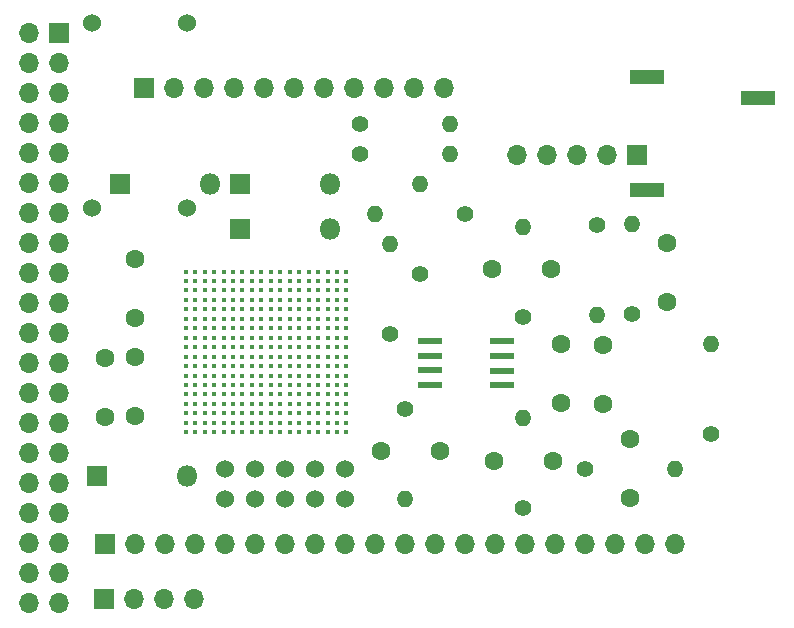
<source format=gbr>
%TF.GenerationSoftware,KiCad,Pcbnew,5.1.5+dfsg1-2build2*%
%TF.CreationDate,2021-11-19T00:53:45-06:00*%
%TF.ProjectId,Audio_Dac_I2S,41756469-6f5f-4446-9163-5f4932532e6b,rev?*%
%TF.SameCoordinates,Original*%
%TF.FileFunction,Soldermask,Top*%
%TF.FilePolarity,Negative*%
%FSLAX46Y46*%
G04 Gerber Fmt 4.6, Leading zero omitted, Abs format (unit mm)*
G04 Created by KiCad (PCBNEW 5.1.5+dfsg1-2build2) date 2021-11-19 00:53:45*
%MOMM*%
%LPD*%
G04 APERTURE LIST*
%ADD10O,1.700000X1.700000*%
%ADD11R,1.700000X1.700000*%
%ADD12R,3.000000X1.250000*%
%ADD13R,2.000000X0.600000*%
%ADD14O,1.400000X1.400000*%
%ADD15C,1.400000*%
%ADD16C,1.524000*%
%ADD17C,0.450000*%
%ADD18O,1.800000X1.800000*%
%ADD19R,1.800000X1.800000*%
%ADD20C,1.600000*%
G04 APERTURE END LIST*
D10*
%TO.C,PI_OUT1*%
X195554600Y-92349320D03*
X193014600Y-92349320D03*
X190474600Y-92349320D03*
D11*
X187934600Y-92349320D03*
%TD*%
D10*
%TO.C,J2*%
X216715340Y-49072800D03*
X214175340Y-49072800D03*
X211635340Y-49072800D03*
X209095340Y-49072800D03*
X206555340Y-49072800D03*
X204015340Y-49072800D03*
X201475340Y-49072800D03*
X198935340Y-49072800D03*
X196395340Y-49072800D03*
X193855340Y-49072800D03*
D11*
X191315340Y-49072800D03*
%TD*%
D10*
%TO.C,DBG1*%
X222862140Y-54772560D03*
X225402140Y-54772560D03*
X227942140Y-54772560D03*
X230482140Y-54772560D03*
D11*
X233022140Y-54772560D03*
%TD*%
D12*
%TO.C,U2*%
X233830000Y-57665000D03*
X233860000Y-48085000D03*
X243230000Y-49925000D03*
%TD*%
D13*
%TO.C,U1*%
X221575000Y-74210000D03*
X221575000Y-72985000D03*
X221575000Y-71735000D03*
X221575000Y-70460000D03*
X215500000Y-74235000D03*
X215500000Y-72960000D03*
X215475000Y-71710000D03*
X215500000Y-70460000D03*
%TD*%
D14*
%TO.C,R13*%
X239306000Y-70739000D03*
D15*
X239306000Y-78359000D03*
%TD*%
D14*
%TO.C,10k*%
X232590000Y-60610000D03*
D15*
X232590000Y-68230000D03*
%TD*%
D14*
%TO.C,R11*%
X236220000Y-81280000D03*
D15*
X228600000Y-81280000D03*
%TD*%
D14*
%TO.C,10k*%
X229600000Y-68280000D03*
D15*
X229600000Y-60660000D03*
%TD*%
D14*
%TO.C,R9*%
X223370000Y-76990000D03*
D15*
X223370000Y-84610000D03*
%TD*%
D14*
%TO.C,267k*%
X223340000Y-60840000D03*
D15*
X223340000Y-68460000D03*
%TD*%
D14*
%TO.C,R7*%
X214630000Y-57150000D03*
D15*
X214630000Y-64770000D03*
%TD*%
D14*
%TO.C,R6*%
X217170000Y-54610000D03*
D15*
X209550000Y-54610000D03*
%TD*%
D14*
%TO.C,R4*%
X210820000Y-59690000D03*
D15*
X218440000Y-59690000D03*
%TD*%
D14*
%TO.C,R3*%
X212090000Y-62230000D03*
D15*
X212090000Y-69850000D03*
%TD*%
D14*
%TO.C,R2*%
X217170000Y-52070000D03*
D15*
X209550000Y-52070000D03*
%TD*%
D14*
%TO.C,R1*%
X213360000Y-83820000D03*
D15*
X213360000Y-76200000D03*
%TD*%
D16*
%TO.C,J14*%
X198120000Y-83820000D03*
X198120000Y-81280000D03*
X200660000Y-83820000D03*
X200660000Y-81280000D03*
X203200000Y-83820000D03*
X203200000Y-81280000D03*
X205740000Y-83820000D03*
X205740000Y-81280000D03*
X208280000Y-83820000D03*
X208280000Y-81280000D03*
%TD*%
D10*
%TO.C,J3*%
X236220000Y-87630000D03*
X233680000Y-87630000D03*
X231140000Y-87630000D03*
X228600000Y-87630000D03*
X226060000Y-87630000D03*
X223520000Y-87630000D03*
X220980000Y-87630000D03*
X218440000Y-87630000D03*
X215900000Y-87630000D03*
X213360000Y-87630000D03*
X210820000Y-87630000D03*
X208280000Y-87630000D03*
X205740000Y-87630000D03*
X203200000Y-87630000D03*
X200660000Y-87630000D03*
X198120000Y-87630000D03*
X195580000Y-87630000D03*
X193040000Y-87630000D03*
X190500000Y-87630000D03*
D11*
X187960000Y-87630000D03*
%TD*%
D10*
%TO.C,J1*%
X181540000Y-92660000D03*
X184080000Y-92660000D03*
X181540000Y-74880000D03*
X184080000Y-74880000D03*
X181540000Y-69800000D03*
X184080000Y-69800000D03*
X181540000Y-79960000D03*
X184080000Y-79960000D03*
X181540000Y-52020000D03*
X184080000Y-52020000D03*
X181540000Y-82500000D03*
X184080000Y-82500000D03*
X181540000Y-64720000D03*
X184080000Y-64720000D03*
X181540000Y-87580000D03*
X184080000Y-87580000D03*
X181540000Y-85040000D03*
X184080000Y-85040000D03*
X181540000Y-90120000D03*
X184080000Y-90120000D03*
X181540000Y-67260000D03*
X184080000Y-67260000D03*
X181540000Y-54560000D03*
X184080000Y-54560000D03*
X181540000Y-59640000D03*
X184080000Y-59640000D03*
X181540000Y-77420000D03*
X184080000Y-77420000D03*
X181540000Y-57100000D03*
X184080000Y-57100000D03*
X181540000Y-72340000D03*
X184080000Y-72340000D03*
D11*
X184080000Y-44400000D03*
D10*
X181540000Y-44400000D03*
X184080000Y-49480000D03*
X181540000Y-46940000D03*
X181540000Y-62180000D03*
X184080000Y-62180000D03*
X184080000Y-46940000D03*
X181540000Y-49480000D03*
%TD*%
D17*
%TO.C,IC1*%
X194820000Y-78200000D03*
X194820000Y-77400000D03*
X194820000Y-76600000D03*
X194820000Y-75800000D03*
X194820000Y-75000000D03*
X194820000Y-74200000D03*
X194820000Y-73400000D03*
X194820000Y-72600000D03*
X194820000Y-71800000D03*
X194820000Y-71000000D03*
X194820000Y-70200000D03*
X194820000Y-69400000D03*
X194820000Y-68600000D03*
X194820000Y-67800000D03*
X194820000Y-67000000D03*
X194820000Y-66200000D03*
X194820000Y-65400000D03*
X194820000Y-64600000D03*
X195620000Y-78200000D03*
X195620000Y-77400000D03*
X195620000Y-76600000D03*
X195620000Y-75800000D03*
X195620000Y-75000000D03*
X195620000Y-74200000D03*
X195620000Y-73400000D03*
X195620000Y-72600000D03*
X195620000Y-71800000D03*
X195620000Y-71000000D03*
X195620000Y-70200000D03*
X195620000Y-69400000D03*
X195620000Y-68600000D03*
X195620000Y-67800000D03*
X195620000Y-67000000D03*
X195620000Y-66200000D03*
X195620000Y-65400000D03*
X195620000Y-64600000D03*
X196420000Y-78200000D03*
X196420000Y-77400000D03*
X196420000Y-76600000D03*
X196420000Y-75800000D03*
X196420000Y-75000000D03*
X196420000Y-74200000D03*
X196420000Y-73400000D03*
X196420000Y-72600000D03*
X196420000Y-71800000D03*
X196420000Y-71000000D03*
X196420000Y-70200000D03*
X196420000Y-69400000D03*
X196420000Y-68600000D03*
X196420000Y-67800000D03*
X196420000Y-67000000D03*
X196420000Y-66200000D03*
X196420000Y-65400000D03*
X196420000Y-64600000D03*
X197220000Y-78200000D03*
X197220000Y-77400000D03*
X197220000Y-76600000D03*
X197220000Y-75800000D03*
X197220000Y-75000000D03*
X197220000Y-74200000D03*
X197220000Y-73400000D03*
X197220000Y-72600000D03*
X197220000Y-71800000D03*
X197220000Y-71000000D03*
X197220000Y-70200000D03*
X197220000Y-69400000D03*
X197220000Y-68600000D03*
X197220000Y-67800000D03*
X197220000Y-67000000D03*
X197220000Y-66200000D03*
X197220000Y-65400000D03*
X197220000Y-64600000D03*
X198020000Y-78200000D03*
X198020000Y-77400000D03*
X198020000Y-76600000D03*
X198020000Y-75800000D03*
X198020000Y-75000000D03*
X198020000Y-74200000D03*
X198020000Y-73400000D03*
X198020000Y-72600000D03*
X198020000Y-71800000D03*
X198020000Y-71000000D03*
X198020000Y-70200000D03*
X198020000Y-69400000D03*
X198020000Y-68600000D03*
X198020000Y-67800000D03*
X198020000Y-67000000D03*
X198020000Y-66200000D03*
X198020000Y-65400000D03*
X198020000Y-64600000D03*
X198820000Y-78200000D03*
X198820000Y-77400000D03*
X198820000Y-76600000D03*
X198820000Y-75800000D03*
X198820000Y-75000000D03*
X198820000Y-74200000D03*
X198820000Y-73400000D03*
X198820000Y-72600000D03*
X198820000Y-71800000D03*
X198820000Y-71000000D03*
X198820000Y-70200000D03*
X198820000Y-69400000D03*
X198820000Y-68600000D03*
X198820000Y-67800000D03*
X198820000Y-67000000D03*
X198820000Y-66200000D03*
X198820000Y-65400000D03*
X198820000Y-64600000D03*
X199620000Y-78200000D03*
X199620000Y-77400000D03*
X199620000Y-76600000D03*
X199620000Y-75800000D03*
X199620000Y-75000000D03*
X199620000Y-74200000D03*
X199620000Y-73400000D03*
X199620000Y-72600000D03*
X199620000Y-71800000D03*
X199620000Y-71000000D03*
X199620000Y-70200000D03*
X199620000Y-69400000D03*
X199620000Y-68600000D03*
X199620000Y-67800000D03*
X199620000Y-67000000D03*
X199620000Y-66200000D03*
X199620000Y-65400000D03*
X199620000Y-64600000D03*
X200420000Y-78200000D03*
X200420000Y-77400000D03*
X200420000Y-76600000D03*
X200420000Y-75800000D03*
X200420000Y-75000000D03*
X200420000Y-74200000D03*
X200420000Y-73400000D03*
X200420000Y-72600000D03*
X200420000Y-71800000D03*
X200420000Y-71000000D03*
X200420000Y-70200000D03*
X200420000Y-69400000D03*
X200420000Y-68600000D03*
X200420000Y-67800000D03*
X200420000Y-67000000D03*
X200420000Y-66200000D03*
X200420000Y-65400000D03*
X200420000Y-64600000D03*
X201220000Y-78200000D03*
X201220000Y-77400000D03*
X201220000Y-76600000D03*
X201220000Y-75800000D03*
X201220000Y-75000000D03*
X201220000Y-74200000D03*
X201220000Y-73400000D03*
X201220000Y-72600000D03*
X201220000Y-71800000D03*
X201220000Y-71000000D03*
X201220000Y-70200000D03*
X201220000Y-69400000D03*
X201220000Y-68600000D03*
X201220000Y-67800000D03*
X201220000Y-67000000D03*
X201220000Y-66200000D03*
X201220000Y-65400000D03*
X201220000Y-64600000D03*
X202020000Y-78200000D03*
X202020000Y-77400000D03*
X202020000Y-76600000D03*
X202020000Y-75800000D03*
X202020000Y-75000000D03*
X202020000Y-74200000D03*
X202020000Y-73400000D03*
X202020000Y-72600000D03*
X202020000Y-71800000D03*
X202020000Y-71000000D03*
X202020000Y-70200000D03*
X202020000Y-69400000D03*
X202020000Y-68600000D03*
X202020000Y-67800000D03*
X202020000Y-67000000D03*
X202020000Y-66200000D03*
X202020000Y-65400000D03*
X202020000Y-64600000D03*
X202820000Y-78200000D03*
X202820000Y-77400000D03*
X202820000Y-76600000D03*
X202820000Y-75800000D03*
X202820000Y-75000000D03*
X202820000Y-74200000D03*
X202820000Y-73400000D03*
X202820000Y-72600000D03*
X202820000Y-71800000D03*
X202820000Y-71000000D03*
X202820000Y-70200000D03*
X202820000Y-69400000D03*
X202820000Y-68600000D03*
X202820000Y-67800000D03*
X202820000Y-67000000D03*
X202820000Y-66200000D03*
X202820000Y-65400000D03*
X202820000Y-64600000D03*
X203620000Y-78200000D03*
X203620000Y-77400000D03*
X203620000Y-76600000D03*
X203620000Y-75800000D03*
X203620000Y-75000000D03*
X203620000Y-74200000D03*
X203620000Y-73400000D03*
X203620000Y-72600000D03*
X203620000Y-71800000D03*
X203620000Y-71000000D03*
X203620000Y-70200000D03*
X203620000Y-69400000D03*
X203620000Y-68600000D03*
X203620000Y-67800000D03*
X203620000Y-67000000D03*
X203620000Y-66200000D03*
X203620000Y-65400000D03*
X203620000Y-64600000D03*
X204420000Y-78200000D03*
X204420000Y-77400000D03*
X204420000Y-76600000D03*
X204420000Y-75800000D03*
X204420000Y-75000000D03*
X204420000Y-74200000D03*
X204420000Y-73400000D03*
X204420000Y-72600000D03*
X204420000Y-71800000D03*
X204420000Y-71000000D03*
X204420000Y-70200000D03*
X204420000Y-69400000D03*
X204420000Y-68600000D03*
X204420000Y-67800000D03*
X204420000Y-67000000D03*
X204420000Y-66200000D03*
X204420000Y-65400000D03*
X204420000Y-64600000D03*
X205220000Y-78200000D03*
X205220000Y-77400000D03*
X205220000Y-76600000D03*
X205220000Y-75800000D03*
X205220000Y-75000000D03*
X205220000Y-74200000D03*
X205220000Y-73400000D03*
X205220000Y-72600000D03*
X205220000Y-71800000D03*
X205220000Y-71000000D03*
X205220000Y-70200000D03*
X205220000Y-69400000D03*
X205220000Y-68600000D03*
X205220000Y-67800000D03*
X205220000Y-67000000D03*
X205220000Y-66200000D03*
X205220000Y-65400000D03*
X205220000Y-64600000D03*
X206020000Y-78200000D03*
X206020000Y-77400000D03*
X206020000Y-76600000D03*
X206020000Y-75800000D03*
X206020000Y-75000000D03*
X206020000Y-74200000D03*
X206020000Y-73400000D03*
X206020000Y-72600000D03*
X206020000Y-71800000D03*
X206020000Y-71000000D03*
X206020000Y-70200000D03*
X206020000Y-69400000D03*
X206020000Y-68600000D03*
X206020000Y-67800000D03*
X206020000Y-67000000D03*
X206020000Y-66200000D03*
X206020000Y-65400000D03*
X206020000Y-64600000D03*
X206820000Y-78200000D03*
X206820000Y-77400000D03*
X206820000Y-76600000D03*
X206820000Y-75800000D03*
X206820000Y-75000000D03*
X206820000Y-74200000D03*
X206820000Y-73400000D03*
X206820000Y-72600000D03*
X206820000Y-71800000D03*
X206820000Y-71000000D03*
X206820000Y-70200000D03*
X206820000Y-69400000D03*
X206820000Y-68600000D03*
X206820000Y-67800000D03*
X206820000Y-67000000D03*
X206820000Y-66200000D03*
X206820000Y-65400000D03*
X206820000Y-64600000D03*
X207620000Y-78200000D03*
X207620000Y-77400000D03*
X207620000Y-76600000D03*
X207620000Y-75800000D03*
X207620000Y-75000000D03*
X207620000Y-74200000D03*
X207620000Y-73400000D03*
X207620000Y-72600000D03*
X207620000Y-71800000D03*
X207620000Y-71000000D03*
X207620000Y-70200000D03*
X207620000Y-69400000D03*
X207620000Y-68600000D03*
X207620000Y-67800000D03*
X207620000Y-67000000D03*
X207620000Y-66200000D03*
X207620000Y-65400000D03*
X207620000Y-64600000D03*
X208420000Y-78200000D03*
X208420000Y-77400000D03*
X208420000Y-76600000D03*
X208420000Y-75800000D03*
X208420000Y-75000000D03*
X208420000Y-74200000D03*
X208420000Y-73400000D03*
X208420000Y-72600000D03*
X208420000Y-71800000D03*
X208420000Y-71000000D03*
X208420000Y-70200000D03*
X208420000Y-69400000D03*
X208420000Y-68600000D03*
X208420000Y-67800000D03*
X208420000Y-67000000D03*
X208420000Y-66200000D03*
X208420000Y-65400000D03*
X208420000Y-64600000D03*
%TD*%
D18*
%TO.C,D4*%
X194945000Y-81915000D03*
D19*
X187325000Y-81915000D03*
%TD*%
%TO.C,D3*%
X189230000Y-57150000D03*
D18*
X196850000Y-57150000D03*
%TD*%
%TO.C,D2*%
X207010000Y-57150000D03*
D19*
X199390000Y-57150000D03*
%TD*%
D18*
%TO.C,D1*%
X207010000Y-60960000D03*
D19*
X199390000Y-60960000D03*
%TD*%
D16*
%TO.C,clk1*%
X186894200Y-43587080D03*
X186894200Y-59187080D03*
X194894200Y-59187080D03*
X194894200Y-43587080D03*
%TD*%
D20*
%TO.C,C10*%
X190500000Y-71835000D03*
X190500000Y-76835000D03*
%TD*%
%TO.C,C9*%
X187960000Y-71940000D03*
X187960000Y-76940000D03*
%TD*%
%TO.C,C8*%
X216353400Y-79832200D03*
X211353400Y-79832200D03*
%TD*%
%TO.C,C7*%
X232410000Y-78740000D03*
X232410000Y-83740000D03*
%TD*%
%TO.C,C6*%
X235520000Y-62150000D03*
X235520000Y-67150000D03*
%TD*%
%TO.C,C5*%
X230110000Y-75810000D03*
X230110000Y-70810000D03*
%TD*%
%TO.C,C4*%
X220910000Y-80680000D03*
X225910000Y-80680000D03*
%TD*%
%TO.C,C3*%
X226610000Y-75710000D03*
X226610000Y-70710000D03*
%TD*%
%TO.C,C2*%
X220780000Y-64410000D03*
X225780000Y-64410000D03*
%TD*%
%TO.C,C1*%
X190500000Y-63500000D03*
X190500000Y-68500000D03*
%TD*%
M02*

</source>
